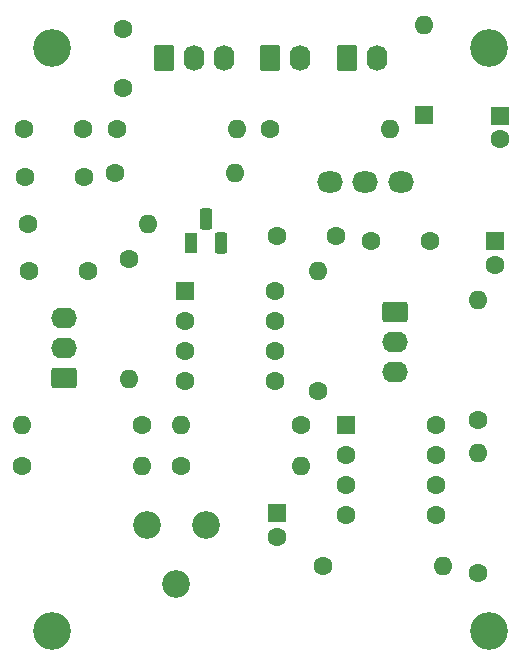
<source format=gbr>
%TF.GenerationSoftware,KiCad,Pcbnew,9.0.0*%
%TF.CreationDate,2025-09-08T12:12:36+01:00*%
%TF.ProjectId,GuitarMixer,47756974-6172-44d6-9978-65722e6b6963,V0.2*%
%TF.SameCoordinates,Original*%
%TF.FileFunction,Soldermask,Top*%
%TF.FilePolarity,Negative*%
%FSLAX46Y46*%
G04 Gerber Fmt 4.6, Leading zero omitted, Abs format (unit mm)*
G04 Created by KiCad (PCBNEW 9.0.0) date 2025-09-08 12:12:36*
%MOMM*%
%LPD*%
G01*
G04 APERTURE LIST*
G04 Aperture macros list*
%AMRoundRect*
0 Rectangle with rounded corners*
0 $1 Rounding radius*
0 $2 $3 $4 $5 $6 $7 $8 $9 X,Y pos of 4 corners*
0 Add a 4 corners polygon primitive as box body*
4,1,4,$2,$3,$4,$5,$6,$7,$8,$9,$2,$3,0*
0 Add four circle primitives for the rounded corners*
1,1,$1+$1,$2,$3*
1,1,$1+$1,$4,$5*
1,1,$1+$1,$6,$7*
1,1,$1+$1,$8,$9*
0 Add four rect primitives between the rounded corners*
20,1,$1+$1,$2,$3,$4,$5,0*
20,1,$1+$1,$4,$5,$6,$7,0*
20,1,$1+$1,$6,$7,$8,$9,0*
20,1,$1+$1,$8,$9,$2,$3,0*%
G04 Aperture macros list end*
%ADD10R,1.600000X1.600000*%
%ADD11C,1.600000*%
%ADD12O,1.600000X1.600000*%
%ADD13C,3.200000*%
%ADD14RoundRect,0.250000X0.845000X-0.620000X0.845000X0.620000X-0.845000X0.620000X-0.845000X-0.620000X0*%
%ADD15O,2.190000X1.740000*%
%ADD16RoundRect,0.250000X-0.620000X-0.845000X0.620000X-0.845000X0.620000X0.845000X-0.620000X0.845000X0*%
%ADD17O,1.740000X2.190000*%
%ADD18RoundRect,0.250000X-0.550000X-0.550000X0.550000X-0.550000X0.550000X0.550000X-0.550000X0.550000X0*%
%ADD19C,2.340000*%
%ADD20R,1.100000X1.800000*%
%ADD21RoundRect,0.275000X-0.275000X-0.625000X0.275000X-0.625000X0.275000X0.625000X-0.275000X0.625000X0*%
%ADD22RoundRect,0.250000X-0.845000X0.620000X-0.845000X-0.620000X0.845000X-0.620000X0.845000X0.620000X0*%
%ADD23O,2.200000X1.800000*%
G04 APERTURE END LIST*
D10*
%TO.C,C7*%
X62900000Y-45344888D03*
D11*
X62900000Y-47344888D03*
%TD*%
%TO.C,R5*%
X31500000Y-57500000D03*
D12*
X31500000Y-67660000D03*
%TD*%
D11*
%TO.C,R12*%
X35920000Y-75000000D03*
D12*
X46080000Y-75000000D03*
%TD*%
D11*
%TO.C,R4*%
X22920000Y-54500000D03*
D12*
X33080000Y-54500000D03*
%TD*%
D13*
%TO.C,REF\u002A\u002A*%
X62000000Y-89000000D03*
%TD*%
D14*
%TO.C,J2*%
X26000000Y-67580000D03*
D15*
X26000000Y-65040000D03*
X26000000Y-62500000D03*
%TD*%
D16*
%TO.C,J4*%
X49960000Y-40500000D03*
D17*
X52500000Y-40500000D03*
%TD*%
D11*
%TO.C,C3*%
X27700000Y-50500000D03*
X22700000Y-50500000D03*
%TD*%
%TO.C,R11*%
X61000000Y-71080000D03*
D12*
X61000000Y-60920000D03*
%TD*%
D18*
%TO.C,U1*%
X36195000Y-60190000D03*
D11*
X36195000Y-62730000D03*
X36195000Y-65270000D03*
X36195000Y-67810000D03*
X43815000Y-67810000D03*
X43815000Y-65270000D03*
X43815000Y-62730000D03*
X43815000Y-60190000D03*
%TD*%
%TO.C,C2*%
X22580000Y-46500000D03*
X27580000Y-46500000D03*
%TD*%
D18*
%TO.C,U2*%
X49880000Y-71500000D03*
D11*
X49880000Y-74040000D03*
X49880000Y-76580000D03*
X49880000Y-79120000D03*
X57500000Y-79120000D03*
X57500000Y-76580000D03*
X57500000Y-74040000D03*
X57500000Y-71500000D03*
%TD*%
%TO.C,C1*%
X31000000Y-43000000D03*
X31000000Y-38000000D03*
%TD*%
D13*
%TO.C,REF\u002A\u002A*%
X25000000Y-39600000D03*
%TD*%
D10*
%TO.C,D1*%
X56500000Y-45310000D03*
D12*
X56500000Y-37690000D03*
%TD*%
D16*
%TO.C,J1*%
X34420000Y-40500000D03*
D17*
X36960000Y-40500000D03*
X39500000Y-40500000D03*
%TD*%
D19*
%TO.C,TR1*%
X33000000Y-80000000D03*
X35500000Y-85000000D03*
X38000000Y-80000000D03*
%TD*%
D11*
%TO.C,R6*%
X32580000Y-71500000D03*
D12*
X22420000Y-71500000D03*
%TD*%
D10*
%TO.C,C9*%
X62500000Y-56000000D03*
D11*
X62500000Y-58000000D03*
%TD*%
%TO.C,C6*%
X52000000Y-56000000D03*
X57000000Y-56000000D03*
%TD*%
D16*
%TO.C,J5*%
X43460000Y-40500000D03*
D17*
X46000000Y-40500000D03*
%TD*%
D13*
%TO.C,REF\u002A\u002A*%
X25000000Y-89000000D03*
%TD*%
D11*
%TO.C,R10*%
X22420000Y-75000000D03*
D12*
X32580000Y-75000000D03*
%TD*%
D11*
%TO.C,R2*%
X43420000Y-46500000D03*
D12*
X53580000Y-46500000D03*
%TD*%
D20*
%TO.C,Q1*%
X36730000Y-56170000D03*
D21*
X38000000Y-54100000D03*
X39270000Y-56170000D03*
%TD*%
D11*
%TO.C,R3*%
X30300000Y-50200000D03*
D12*
X40460000Y-50200000D03*
%TD*%
D11*
%TO.C,R7*%
X46080000Y-71500000D03*
D12*
X35920000Y-71500000D03*
%TD*%
D11*
%TO.C,R1*%
X30500000Y-46500000D03*
D12*
X40660000Y-46500000D03*
%TD*%
D11*
%TO.C,R13*%
X61000000Y-84080000D03*
D12*
X61000000Y-73920000D03*
%TD*%
D11*
%TO.C,R8*%
X47500000Y-68660000D03*
D12*
X47500000Y-58500000D03*
%TD*%
D10*
%TO.C,C8*%
X44000000Y-79000000D03*
D11*
X44000000Y-81000000D03*
%TD*%
%TO.C,C5*%
X28000000Y-58500000D03*
X23000000Y-58500000D03*
%TD*%
%TO.C,R9*%
X47920000Y-83500000D03*
D12*
X58080000Y-83500000D03*
%TD*%
D22*
%TO.C,J3*%
X54000000Y-62000000D03*
D15*
X54000000Y-64540000D03*
X54000000Y-67080000D03*
%TD*%
D11*
%TO.C,C4*%
X44000000Y-55500000D03*
X49000000Y-55500000D03*
%TD*%
D23*
%TO.C,SW1*%
X54500000Y-51000000D03*
X51500000Y-51000000D03*
X48500000Y-51000000D03*
%TD*%
D13*
%TO.C,REF\u002A\u002A*%
X62000000Y-39600000D03*
%TD*%
M02*

</source>
